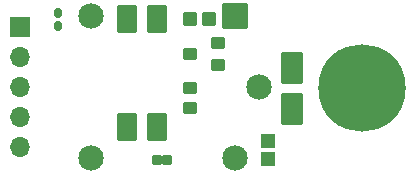
<source format=gbr>
%TF.GenerationSoftware,KiCad,Pcbnew,8.0.7*%
%TF.CreationDate,2025-03-16T23:49:04-07:00*%
%TF.ProjectId,RelaySwitchCompact,52656c61-7953-4776-9974-6368436f6d70,rev?*%
%TF.SameCoordinates,Original*%
%TF.FileFunction,Soldermask,Bot*%
%TF.FilePolarity,Negative*%
%FSLAX46Y46*%
G04 Gerber Fmt 4.6, Leading zero omitted, Abs format (unit mm)*
G04 Created by KiCad (PCBNEW 8.0.7) date 2025-03-16 23:49:04*
%MOMM*%
%LPD*%
G01*
G04 APERTURE LIST*
G04 Aperture macros list*
%AMRoundRect*
0 Rectangle with rounded corners*
0 $1 Rounding radius*
0 $2 $3 $4 $5 $6 $7 $8 $9 X,Y pos of 4 corners*
0 Add a 4 corners polygon primitive as box body*
4,1,4,$2,$3,$4,$5,$6,$7,$8,$9,$2,$3,0*
0 Add four circle primitives for the rounded corners*
1,1,$1+$1,$2,$3*
1,1,$1+$1,$4,$5*
1,1,$1+$1,$6,$7*
1,1,$1+$1,$8,$9*
0 Add four rect primitives between the rounded corners*
20,1,$1+$1,$2,$3,$4,$5,0*
20,1,$1+$1,$4,$5,$6,$7,0*
20,1,$1+$1,$6,$7,$8,$9,0*
20,1,$1+$1,$8,$9,$2,$3,0*%
G04 Aperture macros list end*
%ADD10RoundRect,0.160000X-0.160000X0.222500X-0.160000X-0.222500X0.160000X-0.222500X0.160000X0.222500X0*%
%ADD11RoundRect,0.102000X-0.975000X0.975000X-0.975000X-0.975000X0.975000X-0.975000X0.975000X0.975000X0*%
%ADD12C,2.154000*%
%ADD13R,1.700000X1.700000*%
%ADD14O,1.700000X1.700000*%
%ADD15RoundRect,0.102000X0.500000X0.400000X-0.500000X0.400000X-0.500000X-0.400000X0.500000X-0.400000X0*%
%ADD16RoundRect,0.102000X0.815000X-1.280700X0.815000X1.280700X-0.815000X1.280700X-0.815000X-1.280700X0*%
%ADD17RoundRect,0.102000X0.280000X0.300000X-0.280000X0.300000X-0.280000X-0.300000X0.280000X-0.300000X0*%
%ADD18RoundRect,0.102000X-0.510000X0.520000X-0.510000X-0.520000X0.510000X-0.520000X0.510000X0.520000X0*%
%ADD19RoundRect,0.102000X-0.470000X-0.510000X0.470000X-0.510000X0.470000X0.510000X-0.470000X0.510000X0*%
%ADD20RoundRect,0.102000X0.465000X-0.395000X0.465000X0.395000X-0.465000X0.395000X-0.465000X-0.395000X0*%
%ADD21RoundRect,0.102000X0.720000X-1.045000X0.720000X1.045000X-0.720000X1.045000X-0.720000X-1.045000X0*%
%ADD22C,7.400000*%
G04 APERTURE END LIST*
D10*
%TO.C,F1*%
X155516558Y-97088046D03*
X155516558Y-98233046D03*
%TD*%
D11*
%TO.C,K1*%
X170500000Y-97400000D03*
D12*
X172500000Y-103400000D03*
X170500000Y-109400000D03*
X158300000Y-109400000D03*
X158300000Y-97400000D03*
%TD*%
D13*
%TO.C,J1*%
X152300000Y-98260000D03*
D14*
X152300000Y-100800000D03*
X152300000Y-103340000D03*
X152300000Y-105880000D03*
X152300000Y-108420000D03*
%TD*%
D15*
%TO.C,U2*%
X169100000Y-99650000D03*
X169100000Y-101550000D03*
X166700000Y-100600000D03*
%TD*%
D16*
%TO.C,D1*%
X175300000Y-105268300D03*
X175300000Y-101731700D03*
%TD*%
D17*
%TO.C,R4*%
X164735000Y-109600000D03*
X163865000Y-109600000D03*
%TD*%
D18*
%TO.C,R1*%
X173300000Y-107965000D03*
X173300000Y-109435000D03*
%TD*%
D19*
%TO.C,R2*%
X166710000Y-97600000D03*
X168290000Y-97600000D03*
%TD*%
D20*
%TO.C,R3*%
X166700000Y-105120000D03*
X166700000Y-103480000D03*
%TD*%
D21*
%TO.C,U1*%
X163870000Y-106740000D03*
X161330000Y-106740000D03*
X161330000Y-97660000D03*
X163870000Y-97660000D03*
%TD*%
D22*
%TO.C,H1*%
X181260000Y-103500000D03*
%TD*%
M02*

</source>
